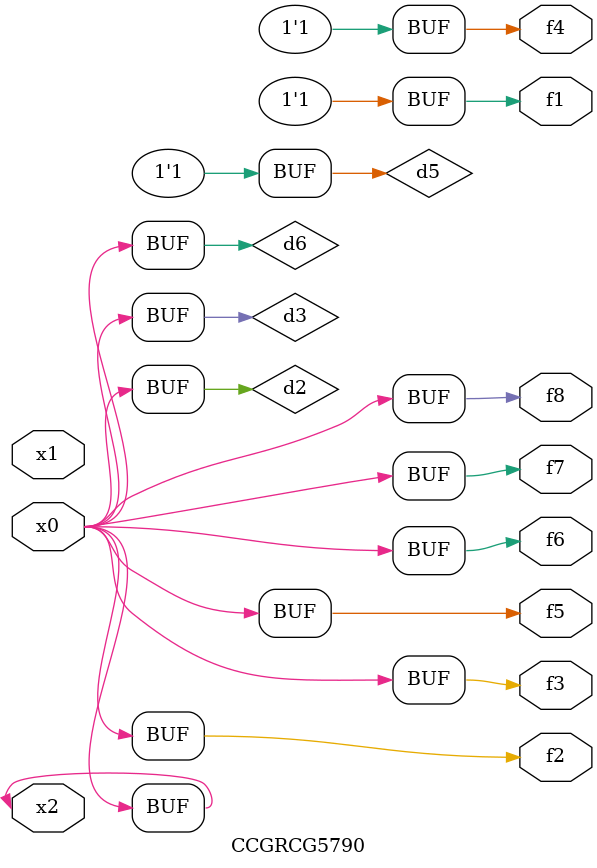
<source format=v>
module CCGRCG5790(
	input x0, x1, x2,
	output f1, f2, f3, f4, f5, f6, f7, f8
);

	wire d1, d2, d3, d4, d5, d6;

	xnor (d1, x2);
	buf (d2, x0, x2);
	and (d3, x0);
	xnor (d4, x1, x2);
	nand (d5, d1, d3);
	buf (d6, d2, d3);
	assign f1 = d5;
	assign f2 = d6;
	assign f3 = d6;
	assign f4 = d5;
	assign f5 = d6;
	assign f6 = d6;
	assign f7 = d6;
	assign f8 = d6;
endmodule

</source>
